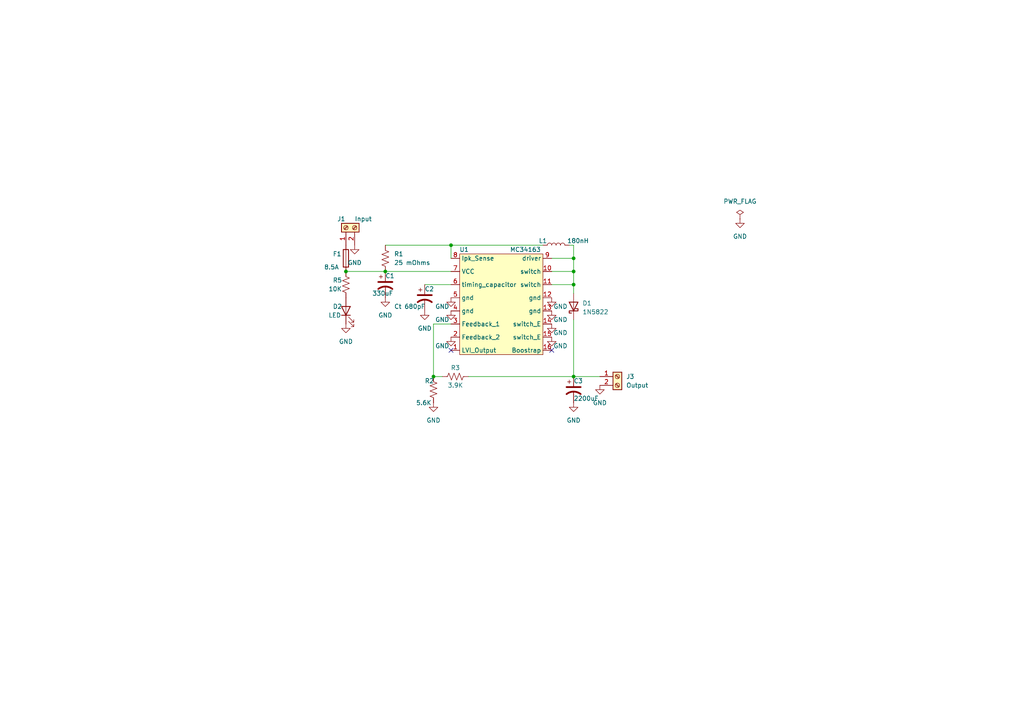
<source format=kicad_sch>
(kicad_sch (version 20230121) (generator eeschema)

  (uuid 938de634-f901-474f-aed6-2c8d4123cf34)

  (paper "A4")

  (lib_symbols
    (symbol "Connector:Screw_Terminal_01x02" (pin_names (offset 1.016) hide) (in_bom yes) (on_board yes)
      (property "Reference" "J" (at 0 2.54 0)
        (effects (font (size 1.27 1.27)))
      )
      (property "Value" "Screw_Terminal_01x02" (at 0 -5.08 0)
        (effects (font (size 1.27 1.27)))
      )
      (property "Footprint" "" (at 0 0 0)
        (effects (font (size 1.27 1.27)) hide)
      )
      (property "Datasheet" "~" (at 0 0 0)
        (effects (font (size 1.27 1.27)) hide)
      )
      (property "ki_keywords" "screw terminal" (at 0 0 0)
        (effects (font (size 1.27 1.27)) hide)
      )
      (property "ki_description" "Generic screw terminal, single row, 01x02, script generated (kicad-library-utils/schlib/autogen/connector/)" (at 0 0 0)
        (effects (font (size 1.27 1.27)) hide)
      )
      (property "ki_fp_filters" "TerminalBlock*:*" (at 0 0 0)
        (effects (font (size 1.27 1.27)) hide)
      )
      (symbol "Screw_Terminal_01x02_1_1"
        (rectangle (start -1.27 1.27) (end 1.27 -3.81)
          (stroke (width 0.254) (type default))
          (fill (type background))
        )
        (circle (center 0 -2.54) (radius 0.635)
          (stroke (width 0.1524) (type default))
          (fill (type none))
        )
        (polyline
          (pts
            (xy -0.5334 -2.2098)
            (xy 0.3302 -3.048)
          )
          (stroke (width 0.1524) (type default))
          (fill (type none))
        )
        (polyline
          (pts
            (xy -0.5334 0.3302)
            (xy 0.3302 -0.508)
          )
          (stroke (width 0.1524) (type default))
          (fill (type none))
        )
        (polyline
          (pts
            (xy -0.3556 -2.032)
            (xy 0.508 -2.8702)
          )
          (stroke (width 0.1524) (type default))
          (fill (type none))
        )
        (polyline
          (pts
            (xy -0.3556 0.508)
            (xy 0.508 -0.3302)
          )
          (stroke (width 0.1524) (type default))
          (fill (type none))
        )
        (circle (center 0 0) (radius 0.635)
          (stroke (width 0.1524) (type default))
          (fill (type none))
        )
        (pin passive line (at -5.08 0 0) (length 3.81)
          (name "Pin_1" (effects (font (size 1.27 1.27))))
          (number "1" (effects (font (size 1.27 1.27))))
        )
        (pin passive line (at -5.08 -2.54 0) (length 3.81)
          (name "Pin_2" (effects (font (size 1.27 1.27))))
          (number "2" (effects (font (size 1.27 1.27))))
        )
      )
    )
    (symbol "Device:C_Polarized_US" (pin_numbers hide) (pin_names (offset 0.254) hide) (in_bom yes) (on_board yes)
      (property "Reference" "C" (at 0.635 2.54 0)
        (effects (font (size 1.27 1.27)) (justify left))
      )
      (property "Value" "C_Polarized_US" (at 0.635 -2.54 0)
        (effects (font (size 1.27 1.27)) (justify left))
      )
      (property "Footprint" "" (at 0 0 0)
        (effects (font (size 1.27 1.27)) hide)
      )
      (property "Datasheet" "~" (at 0 0 0)
        (effects (font (size 1.27 1.27)) hide)
      )
      (property "ki_keywords" "cap capacitor" (at 0 0 0)
        (effects (font (size 1.27 1.27)) hide)
      )
      (property "ki_description" "Polarized capacitor, US symbol" (at 0 0 0)
        (effects (font (size 1.27 1.27)) hide)
      )
      (property "ki_fp_filters" "CP_*" (at 0 0 0)
        (effects (font (size 1.27 1.27)) hide)
      )
      (symbol "C_Polarized_US_0_1"
        (polyline
          (pts
            (xy -2.032 0.762)
            (xy 2.032 0.762)
          )
          (stroke (width 0.508) (type default))
          (fill (type none))
        )
        (polyline
          (pts
            (xy -1.778 2.286)
            (xy -0.762 2.286)
          )
          (stroke (width 0) (type default))
          (fill (type none))
        )
        (polyline
          (pts
            (xy -1.27 1.778)
            (xy -1.27 2.794)
          )
          (stroke (width 0) (type default))
          (fill (type none))
        )
        (arc (start 2.032 -1.27) (mid 0 -0.5572) (end -2.032 -1.27)
          (stroke (width 0.508) (type default))
          (fill (type none))
        )
      )
      (symbol "C_Polarized_US_1_1"
        (pin passive line (at 0 3.81 270) (length 2.794)
          (name "~" (effects (font (size 1.27 1.27))))
          (number "1" (effects (font (size 1.27 1.27))))
        )
        (pin passive line (at 0 -3.81 90) (length 3.302)
          (name "~" (effects (font (size 1.27 1.27))))
          (number "2" (effects (font (size 1.27 1.27))))
        )
      )
    )
    (symbol "Device:Fuse" (pin_numbers hide) (pin_names (offset 0)) (in_bom yes) (on_board yes)
      (property "Reference" "F" (at 2.032 0 90)
        (effects (font (size 1.27 1.27)))
      )
      (property "Value" "Fuse" (at -1.905 0 90)
        (effects (font (size 1.27 1.27)))
      )
      (property "Footprint" "" (at -1.778 0 90)
        (effects (font (size 1.27 1.27)) hide)
      )
      (property "Datasheet" "~" (at 0 0 0)
        (effects (font (size 1.27 1.27)) hide)
      )
      (property "ki_keywords" "fuse" (at 0 0 0)
        (effects (font (size 1.27 1.27)) hide)
      )
      (property "ki_description" "Fuse" (at 0 0 0)
        (effects (font (size 1.27 1.27)) hide)
      )
      (property "ki_fp_filters" "*Fuse*" (at 0 0 0)
        (effects (font (size 1.27 1.27)) hide)
      )
      (symbol "Fuse_0_1"
        (rectangle (start -0.762 -2.54) (end 0.762 2.54)
          (stroke (width 0.254) (type default))
          (fill (type none))
        )
        (polyline
          (pts
            (xy 0 2.54)
            (xy 0 -2.54)
          )
          (stroke (width 0) (type default))
          (fill (type none))
        )
      )
      (symbol "Fuse_1_1"
        (pin passive line (at 0 3.81 270) (length 1.27)
          (name "~" (effects (font (size 1.27 1.27))))
          (number "1" (effects (font (size 1.27 1.27))))
        )
        (pin passive line (at 0 -3.81 90) (length 1.27)
          (name "~" (effects (font (size 1.27 1.27))))
          (number "2" (effects (font (size 1.27 1.27))))
        )
      )
    )
    (symbol "Device:L" (pin_numbers hide) (pin_names (offset 1.016) hide) (in_bom yes) (on_board yes)
      (property "Reference" "L" (at -1.27 0 90)
        (effects (font (size 1.27 1.27)))
      )
      (property "Value" "L" (at 1.905 0 90)
        (effects (font (size 1.27 1.27)))
      )
      (property "Footprint" "" (at 0 0 0)
        (effects (font (size 1.27 1.27)) hide)
      )
      (property "Datasheet" "~" (at 0 0 0)
        (effects (font (size 1.27 1.27)) hide)
      )
      (property "ki_keywords" "inductor choke coil reactor magnetic" (at 0 0 0)
        (effects (font (size 1.27 1.27)) hide)
      )
      (property "ki_description" "Inductor" (at 0 0 0)
        (effects (font (size 1.27 1.27)) hide)
      )
      (property "ki_fp_filters" "Choke_* *Coil* Inductor_* L_*" (at 0 0 0)
        (effects (font (size 1.27 1.27)) hide)
      )
      (symbol "L_0_1"
        (arc (start 0 -2.54) (mid 0.6323 -1.905) (end 0 -1.27)
          (stroke (width 0) (type default))
          (fill (type none))
        )
        (arc (start 0 -1.27) (mid 0.6323 -0.635) (end 0 0)
          (stroke (width 0) (type default))
          (fill (type none))
        )
        (arc (start 0 0) (mid 0.6323 0.635) (end 0 1.27)
          (stroke (width 0) (type default))
          (fill (type none))
        )
        (arc (start 0 1.27) (mid 0.6323 1.905) (end 0 2.54)
          (stroke (width 0) (type default))
          (fill (type none))
        )
      )
      (symbol "L_1_1"
        (pin passive line (at 0 3.81 270) (length 1.27)
          (name "1" (effects (font (size 1.27 1.27))))
          (number "1" (effects (font (size 1.27 1.27))))
        )
        (pin passive line (at 0 -3.81 90) (length 1.27)
          (name "2" (effects (font (size 1.27 1.27))))
          (number "2" (effects (font (size 1.27 1.27))))
        )
      )
    )
    (symbol "Device:LED" (pin_numbers hide) (pin_names (offset 1.016) hide) (in_bom yes) (on_board yes)
      (property "Reference" "D" (at 0 2.54 0)
        (effects (font (size 1.27 1.27)))
      )
      (property "Value" "LED" (at 0 -2.54 0)
        (effects (font (size 1.27 1.27)))
      )
      (property "Footprint" "" (at 0 0 0)
        (effects (font (size 1.27 1.27)) hide)
      )
      (property "Datasheet" "~" (at 0 0 0)
        (effects (font (size 1.27 1.27)) hide)
      )
      (property "ki_keywords" "LED diode" (at 0 0 0)
        (effects (font (size 1.27 1.27)) hide)
      )
      (property "ki_description" "Light emitting diode" (at 0 0 0)
        (effects (font (size 1.27 1.27)) hide)
      )
      (property "ki_fp_filters" "LED* LED_SMD:* LED_THT:*" (at 0 0 0)
        (effects (font (size 1.27 1.27)) hide)
      )
      (symbol "LED_0_1"
        (polyline
          (pts
            (xy -1.27 -1.27)
            (xy -1.27 1.27)
          )
          (stroke (width 0.254) (type default))
          (fill (type none))
        )
        (polyline
          (pts
            (xy -1.27 0)
            (xy 1.27 0)
          )
          (stroke (width 0) (type default))
          (fill (type none))
        )
        (polyline
          (pts
            (xy 1.27 -1.27)
            (xy 1.27 1.27)
            (xy -1.27 0)
            (xy 1.27 -1.27)
          )
          (stroke (width 0.254) (type default))
          (fill (type none))
        )
        (polyline
          (pts
            (xy -3.048 -0.762)
            (xy -4.572 -2.286)
            (xy -3.81 -2.286)
            (xy -4.572 -2.286)
            (xy -4.572 -1.524)
          )
          (stroke (width 0) (type default))
          (fill (type none))
        )
        (polyline
          (pts
            (xy -1.778 -0.762)
            (xy -3.302 -2.286)
            (xy -2.54 -2.286)
            (xy -3.302 -2.286)
            (xy -3.302 -1.524)
          )
          (stroke (width 0) (type default))
          (fill (type none))
        )
      )
      (symbol "LED_1_1"
        (pin passive line (at -3.81 0 0) (length 2.54)
          (name "K" (effects (font (size 1.27 1.27))))
          (number "1" (effects (font (size 1.27 1.27))))
        )
        (pin passive line (at 3.81 0 180) (length 2.54)
          (name "A" (effects (font (size 1.27 1.27))))
          (number "2" (effects (font (size 1.27 1.27))))
        )
      )
    )
    (symbol "Device:R_US" (pin_numbers hide) (pin_names (offset 0)) (in_bom yes) (on_board yes)
      (property "Reference" "R" (at 2.54 0 90)
        (effects (font (size 1.27 1.27)))
      )
      (property "Value" "R_US" (at -2.54 0 90)
        (effects (font (size 1.27 1.27)))
      )
      (property "Footprint" "" (at 1.016 -0.254 90)
        (effects (font (size 1.27 1.27)) hide)
      )
      (property "Datasheet" "~" (at 0 0 0)
        (effects (font (size 1.27 1.27)) hide)
      )
      (property "ki_keywords" "R res resistor" (at 0 0 0)
        (effects (font (size 1.27 1.27)) hide)
      )
      (property "ki_description" "Resistor, US symbol" (at 0 0 0)
        (effects (font (size 1.27 1.27)) hide)
      )
      (property "ki_fp_filters" "R_*" (at 0 0 0)
        (effects (font (size 1.27 1.27)) hide)
      )
      (symbol "R_US_0_1"
        (polyline
          (pts
            (xy 0 -2.286)
            (xy 0 -2.54)
          )
          (stroke (width 0) (type default))
          (fill (type none))
        )
        (polyline
          (pts
            (xy 0 2.286)
            (xy 0 2.54)
          )
          (stroke (width 0) (type default))
          (fill (type none))
        )
        (polyline
          (pts
            (xy 0 -0.762)
            (xy 1.016 -1.143)
            (xy 0 -1.524)
            (xy -1.016 -1.905)
            (xy 0 -2.286)
          )
          (stroke (width 0) (type default))
          (fill (type none))
        )
        (polyline
          (pts
            (xy 0 0.762)
            (xy 1.016 0.381)
            (xy 0 0)
            (xy -1.016 -0.381)
            (xy 0 -0.762)
          )
          (stroke (width 0) (type default))
          (fill (type none))
        )
        (polyline
          (pts
            (xy 0 2.286)
            (xy 1.016 1.905)
            (xy 0 1.524)
            (xy -1.016 1.143)
            (xy 0 0.762)
          )
          (stroke (width 0) (type default))
          (fill (type none))
        )
      )
      (symbol "R_US_1_1"
        (pin passive line (at 0 3.81 270) (length 1.27)
          (name "~" (effects (font (size 1.27 1.27))))
          (number "1" (effects (font (size 1.27 1.27))))
        )
        (pin passive line (at 0 -3.81 90) (length 1.27)
          (name "~" (effects (font (size 1.27 1.27))))
          (number "2" (effects (font (size 1.27 1.27))))
        )
      )
    )
    (symbol "Diode:1N5822" (pin_numbers hide) (pin_names (offset 1.016) hide) (in_bom yes) (on_board yes)
      (property "Reference" "D" (at 0 2.54 0)
        (effects (font (size 1.27 1.27)))
      )
      (property "Value" "1N5822" (at 0 -2.54 0)
        (effects (font (size 1.27 1.27)))
      )
      (property "Footprint" "Diode_THT:D_DO-201AD_P15.24mm_Horizontal" (at 0 -4.445 0)
        (effects (font (size 1.27 1.27)) hide)
      )
      (property "Datasheet" "http://www.vishay.com/docs/88526/1n5820.pdf" (at 0 0 0)
        (effects (font (size 1.27 1.27)) hide)
      )
      (property "ki_keywords" "diode Schottky" (at 0 0 0)
        (effects (font (size 1.27 1.27)) hide)
      )
      (property "ki_description" "40V 3A Schottky Barrier Rectifier Diode, DO-201AD" (at 0 0 0)
        (effects (font (size 1.27 1.27)) hide)
      )
      (property "ki_fp_filters" "D*DO?201AD*" (at 0 0 0)
        (effects (font (size 1.27 1.27)) hide)
      )
      (symbol "1N5822_0_1"
        (polyline
          (pts
            (xy 1.27 0)
            (xy -1.27 0)
          )
          (stroke (width 0) (type default))
          (fill (type none))
        )
        (polyline
          (pts
            (xy 1.27 1.27)
            (xy 1.27 -1.27)
            (xy -1.27 0)
            (xy 1.27 1.27)
          )
          (stroke (width 0.254) (type default))
          (fill (type none))
        )
        (polyline
          (pts
            (xy -1.905 0.635)
            (xy -1.905 1.27)
            (xy -1.27 1.27)
            (xy -1.27 -1.27)
            (xy -0.635 -1.27)
            (xy -0.635 -0.635)
          )
          (stroke (width 0.254) (type default))
          (fill (type none))
        )
      )
      (symbol "1N5822_1_1"
        (pin passive line (at -3.81 0 0) (length 2.54)
          (name "K" (effects (font (size 1.27 1.27))))
          (number "1" (effects (font (size 1.27 1.27))))
        )
        (pin passive line (at 3.81 0 180) (length 2.54)
          (name "A" (effects (font (size 1.27 1.27))))
          (number "2" (effects (font (size 1.27 1.27))))
        )
      )
    )
    (symbol "GND_1" (power) (pin_names (offset 0)) (in_bom yes) (on_board yes)
      (property "Reference" "#PWR" (at 0 -6.35 0)
        (effects (font (size 1.27 1.27)) hide)
      )
      (property "Value" "GND_1" (at 0 -3.81 0)
        (effects (font (size 1.27 1.27)))
      )
      (property "Footprint" "" (at 0 0 0)
        (effects (font (size 1.27 1.27)) hide)
      )
      (property "Datasheet" "" (at 0 0 0)
        (effects (font (size 1.27 1.27)) hide)
      )
      (property "ki_keywords" "global power" (at 0 0 0)
        (effects (font (size 1.27 1.27)) hide)
      )
      (property "ki_description" "Power symbol creates a global label with name \"GND\" , ground" (at 0 0 0)
        (effects (font (size 1.27 1.27)) hide)
      )
      (symbol "GND_1_0_1"
        (polyline
          (pts
            (xy 0 0)
            (xy 0 -1.27)
            (xy 1.27 -1.27)
            (xy 0 -2.54)
            (xy -1.27 -1.27)
            (xy 0 -1.27)
          )
          (stroke (width 0) (type default))
          (fill (type none))
        )
      )
      (symbol "GND_1_1_1"
        (pin power_in line (at 0 0 270) (length 0) hide
          (name "GND" (effects (font (size 1.27 1.27))))
          (number "1" (effects (font (size 1.27 1.27))))
        )
      )
    )
    (symbol "MC34163:MC34163" (in_bom yes) (on_board yes)
      (property "Reference" "U" (at 22.86 20.32 0)
        (effects (font (size 1.27 1.27)))
      )
      (property "Value" "MC34163" (at 34.29 20.32 0)
        (effects (font (size 1.27 1.27)))
      )
      (property "Footprint" "" (at 0 0 0)
        (effects (font (size 1.27 1.27)) hide)
      )
      (property "Datasheet" "" (at 0 0 0)
        (effects (font (size 1.27 1.27)) hide)
      )
      (symbol "MC34163_0_1"
        (rectangle (start 17.78 -10.16) (end 41.91 19.05)
          (stroke (width 0) (type default))
          (fill (type background))
        )
      )
      (symbol "MC34163_1_1"
        (pin output line (at 15.24 -8.89 0) (length 2.54)
          (name "LVI_Output" (effects (font (size 1.27 1.27))))
          (number "1" (effects (font (size 1.27 1.27))))
        )
        (pin input line (at 44.45 13.97 180) (length 2.54)
          (name "switch" (effects (font (size 1.27 1.27))))
          (number "10" (effects (font (size 1.27 1.27))))
        )
        (pin input line (at 44.45 10.16 180) (length 2.54)
          (name "switch" (effects (font (size 1.27 1.27))))
          (number "11" (effects (font (size 1.27 1.27))))
        )
        (pin input line (at 44.45 6.35 180) (length 2.54)
          (name "gnd" (effects (font (size 1.27 1.27))))
          (number "12" (effects (font (size 1.27 1.27))))
        )
        (pin input line (at 44.45 2.54 180) (length 2.54)
          (name "gnd" (effects (font (size 1.27 1.27))))
          (number "13" (effects (font (size 1.27 1.27))))
        )
        (pin power_in line (at 44.45 -1.27 180) (length 2.54)
          (name "switch_E" (effects (font (size 1.27 1.27))))
          (number "14" (effects (font (size 1.27 1.27))))
        )
        (pin power_in line (at 44.45 -5.08 180) (length 2.54)
          (name "switch_E" (effects (font (size 1.27 1.27))))
          (number "15" (effects (font (size 1.27 1.27))))
        )
        (pin input line (at 44.45 -8.89 180) (length 2.54)
          (name "Boostrap" (effects (font (size 1.27 1.27))))
          (number "16" (effects (font (size 1.27 1.27))))
        )
        (pin input line (at 15.24 -5.08 0) (length 2.54)
          (name "Feedback_2" (effects (font (size 1.27 1.27))))
          (number "2" (effects (font (size 1.27 1.27))))
        )
        (pin input line (at 15.24 -1.27 0) (length 2.54)
          (name "Feedback_1" (effects (font (size 1.27 1.27))))
          (number "3" (effects (font (size 1.27 1.27))))
        )
        (pin input line (at 15.24 2.54 0) (length 2.54)
          (name "gnd" (effects (font (size 1.27 1.27))))
          (number "4" (effects (font (size 1.27 1.27))))
        )
        (pin input line (at 15.24 6.35 0) (length 2.54)
          (name "gnd" (effects (font (size 1.27 1.27))))
          (number "5" (effects (font (size 1.27 1.27))))
        )
        (pin input line (at 15.24 10.16 0) (length 2.54)
          (name "timing_capacitor" (effects (font (size 1.27 1.27))))
          (number "6" (effects (font (size 1.27 1.27))))
        )
        (pin input line (at 15.24 13.97 0) (length 2.54)
          (name "VCC" (effects (font (size 1.27 1.27))))
          (number "7" (effects (font (size 1.27 1.27))))
        )
        (pin input line (at 15.24 17.78 0) (length 2.54)
          (name "Ipk_Sense" (effects (font (size 1.27 1.27))))
          (number "8" (effects (font (size 1.27 1.27))))
        )
        (pin input line (at 44.45 17.78 180) (length 2.54)
          (name "driver" (effects (font (size 1.27 1.27))))
          (number "9" (effects (font (size 1.27 1.27))))
        )
      )
    )
    (symbol "PWR_FLAG_1" (power) (pin_numbers hide) (pin_names (offset 0) hide) (in_bom yes) (on_board yes)
      (property "Reference" "#FLG" (at 0 1.905 0)
        (effects (font (size 1.27 1.27)) hide)
      )
      (property "Value" "PWR_FLAG_1" (at 0 3.81 0)
        (effects (font (size 1.27 1.27)))
      )
      (property "Footprint" "" (at 0 0 0)
        (effects (font (size 1.27 1.27)) hide)
      )
      (property "Datasheet" "~" (at 0 0 0)
        (effects (font (size 1.27 1.27)) hide)
      )
      (property "ki_keywords" "flag power" (at 0 0 0)
        (effects (font (size 1.27 1.27)) hide)
      )
      (property "ki_description" "Special symbol for telling ERC where power comes from" (at 0 0 0)
        (effects (font (size 1.27 1.27)) hide)
      )
      (symbol "PWR_FLAG_1_0_0"
        (pin power_out line (at 0 0 90) (length 0)
          (name "pwr" (effects (font (size 1.27 1.27))))
          (number "1" (effects (font (size 1.27 1.27))))
        )
      )
      (symbol "PWR_FLAG_1_0_1"
        (polyline
          (pts
            (xy 0 0)
            (xy 0 1.27)
            (xy -1.016 1.905)
            (xy 0 2.54)
            (xy 1.016 1.905)
            (xy 0 1.27)
          )
          (stroke (width 0) (type default))
          (fill (type none))
        )
      )
    )
  )

  (junction (at 166.37 78.74) (diameter 0) (color 0 0 0 0)
    (uuid 1be9bd2f-55ae-4256-a251-225a6db85b89)
  )
  (junction (at 100.33 78.74) (diameter 0) (color 0 0 0 0)
    (uuid 4722a575-2ced-489a-b307-28999b4a5996)
  )
  (junction (at 166.37 74.93) (diameter 0) (color 0 0 0 0)
    (uuid 4b947a7a-4a57-42c3-88c5-923d3c7a355e)
  )
  (junction (at 166.37 82.55) (diameter 0) (color 0 0 0 0)
    (uuid 83213885-a08c-4157-a4dc-f00e265e9f95)
  )
  (junction (at 111.76 78.74) (diameter 0) (color 0 0 0 0)
    (uuid 9c43fb54-18d1-4260-8670-61a4ce4fff86)
  )
  (junction (at 166.37 109.22) (diameter 0) (color 0 0 0 0)
    (uuid a335ff3b-c719-42c6-8e34-b1bd1d14b3b7)
  )
  (junction (at 125.73 109.22) (diameter 0) (color 0 0 0 0)
    (uuid d706c09c-8d2d-4f3e-90af-facbebf5540a)
  )
  (junction (at 130.81 71.12) (diameter 0) (color 0 0 0 0)
    (uuid ecb5b2e6-6177-4310-bb87-e1023be528ac)
  )

  (no_connect (at 160.02 101.6) (uuid 23aba234-0075-4182-b825-c95ccaaa60a5))
  (no_connect (at 130.81 101.6) (uuid f68ac398-d075-4c9b-adab-4911fa0c7e72))

  (wire (pts (xy 166.37 82.55) (xy 166.37 85.09))
    (stroke (width 0) (type default))
    (uuid 130943f8-c639-4b64-94f0-28235254024a)
  )
  (wire (pts (xy 160.02 78.74) (xy 166.37 78.74))
    (stroke (width 0) (type default))
    (uuid 200c4456-bac0-4dbe-ba56-2ddead765eda)
  )
  (wire (pts (xy 130.81 74.93) (xy 130.81 71.12))
    (stroke (width 0) (type default))
    (uuid 3f564250-4ee2-4167-a384-f11efedd608a)
  )
  (wire (pts (xy 123.19 82.55) (xy 130.81 82.55))
    (stroke (width 0) (type default))
    (uuid 401ef860-252d-4a5e-bb83-b2e94265b24f)
  )
  (wire (pts (xy 125.73 93.98) (xy 125.73 109.22))
    (stroke (width 0) (type default))
    (uuid 4592cf3c-e6e0-4f3b-8b0c-5f30cd800266)
  )
  (wire (pts (xy 135.89 109.22) (xy 166.37 109.22))
    (stroke (width 0) (type default))
    (uuid 499bd138-eede-4956-aad9-aecd08a01648)
  )
  (wire (pts (xy 130.81 71.12) (xy 111.76 71.12))
    (stroke (width 0) (type default))
    (uuid 8a205316-315c-4aa9-9316-0e5065f188fd)
  )
  (wire (pts (xy 100.33 78.74) (xy 111.76 78.74))
    (stroke (width 0) (type default))
    (uuid 95ae88c8-04e0-4493-8d89-5ed1a39d9e7f)
  )
  (wire (pts (xy 166.37 74.93) (xy 166.37 78.74))
    (stroke (width 0) (type default))
    (uuid 9cd22a31-df75-4844-b8c7-28be38ef2a3b)
  )
  (wire (pts (xy 166.37 109.22) (xy 173.99 109.22))
    (stroke (width 0) (type default))
    (uuid a95fa91c-ee2d-4fc1-a9ea-d909a6e546fe)
  )
  (wire (pts (xy 130.81 71.12) (xy 157.48 71.12))
    (stroke (width 0) (type default))
    (uuid b886803f-33cc-42fa-9215-00569396a8a7)
  )
  (wire (pts (xy 165.1 71.12) (xy 166.37 71.12))
    (stroke (width 0) (type default))
    (uuid be30909e-f5c5-4896-a1ab-ef0834439121)
  )
  (wire (pts (xy 160.02 74.93) (xy 166.37 74.93))
    (stroke (width 0) (type default))
    (uuid cd02643a-4e80-451e-b182-17905bdc4663)
  )
  (wire (pts (xy 160.02 82.55) (xy 166.37 82.55))
    (stroke (width 0) (type default))
    (uuid cd30d131-598d-451b-b224-97cc4d888892)
  )
  (wire (pts (xy 125.73 109.22) (xy 128.27 109.22))
    (stroke (width 0) (type default))
    (uuid da555f36-56b6-4526-a59b-e6a503f9724a)
  )
  (wire (pts (xy 166.37 92.71) (xy 166.37 109.22))
    (stroke (width 0) (type default))
    (uuid da847ac1-4557-486f-a8d1-783cf00d4c28)
  )
  (wire (pts (xy 130.81 93.98) (xy 125.73 93.98))
    (stroke (width 0) (type default))
    (uuid ef9ac85d-b513-4517-a571-29affed29425)
  )
  (wire (pts (xy 166.37 78.74) (xy 166.37 82.55))
    (stroke (width 0) (type default))
    (uuid fde5f4bb-1a97-4f12-ab06-c573781f4fc9)
  )
  (wire (pts (xy 166.37 71.12) (xy 166.37 74.93))
    (stroke (width 0) (type default))
    (uuid fe4e7821-30a0-4c29-b01c-a1f231dc763f)
  )
  (wire (pts (xy 111.76 78.74) (xy 130.81 78.74))
    (stroke (width 0) (type default))
    (uuid ffca1fd5-c239-4f8e-9fd0-9be6377e9968)
  )

  (symbol (lib_name "GND_1") (lib_id "power:GND") (at 160.02 86.36 0) (unit 1)
    (in_bom yes) (on_board yes) (dnp no)
    (uuid 10ea90bf-545e-4727-8469-1eae2d84c93c)
    (property "Reference" "#PWR026" (at 160.02 92.71 0)
      (effects (font (size 1.27 1.27)) hide)
    )
    (property "Value" "GND" (at 162.56 88.9 0)
      (effects (font (size 1.27 1.27)))
    )
    (property "Footprint" "" (at 160.02 86.36 0)
      (effects (font (size 1.27 1.27)) hide)
    )
    (property "Datasheet" "" (at 160.02 86.36 0)
      (effects (font (size 1.27 1.27)) hide)
    )
    (pin "1" (uuid ae1b747b-b161-4bcd-8438-bdcb818f623f))
    (instances
      (project "Alim12"
        (path "/938de634-f901-474f-aed6-2c8d4123cf34"
          (reference "#PWR026") (unit 1)
        )
      )
    )
  )

  (symbol (lib_id "Connector:Screw_Terminal_01x02") (at 100.33 66.04 90) (unit 1)
    (in_bom yes) (on_board yes) (dnp no)
    (uuid 1452d711-17d3-423e-9576-dc7723119dfe)
    (property "Reference" "J1" (at 97.79 63.5 90)
      (effects (font (size 1.27 1.27)) (justify right))
    )
    (property "Value" "Input" (at 102.87 63.5 90)
      (effects (font (size 1.27 1.27)) (justify right))
    )
    (property "Footprint" "TerminalBlock_TE-Connectivity:TerminalBlock_TE_282834-2_1x02_P2.54mm_Horizontal" (at 100.33 66.04 0)
      (effects (font (size 1.27 1.27)) hide)
    )
    (property "Datasheet" "~" (at 100.33 66.04 0)
      (effects (font (size 1.27 1.27)) hide)
    )
    (pin "1" (uuid 6bede294-6afc-47a4-96a9-f34da4455236))
    (pin "2" (uuid b39510e5-0ed2-4b31-9fc2-e7ee85f92868))
    (instances
      (project "Alim12"
        (path "/938de634-f901-474f-aed6-2c8d4123cf34"
          (reference "J1") (unit 1)
        )
      )
    )
  )

  (symbol (lib_id "Device:LED") (at 100.33 90.17 90) (unit 1)
    (in_bom yes) (on_board yes) (dnp no)
    (uuid 171a77d5-8350-4408-8595-89c3d7a9a3f6)
    (property "Reference" "D2" (at 96.52 88.9 90)
      (effects (font (size 1.27 1.27)) (justify right))
    )
    (property "Value" "LED" (at 95.25 91.44 90)
      (effects (font (size 1.27 1.27)) (justify right))
    )
    (property "Footprint" "LED_SMD:LED_0805_2012Metric" (at 100.33 90.17 0)
      (effects (font (size 1.27 1.27)) hide)
    )
    (property "Datasheet" "~" (at 100.33 90.17 0)
      (effects (font (size 1.27 1.27)) hide)
    )
    (pin "1" (uuid 2507a9be-0593-48a6-885f-2c605ac56b9c))
    (pin "2" (uuid bf75c0b9-feab-4a75-a38a-0b787dc0510c))
    (instances
      (project "Alim12"
        (path "/938de634-f901-474f-aed6-2c8d4123cf34"
          (reference "D2") (unit 1)
        )
      )
    )
  )

  (symbol (lib_name "GND_1") (lib_id "power:GND") (at 166.37 116.84 0) (unit 1)
    (in_bom yes) (on_board yes) (dnp no) (fields_autoplaced)
    (uuid 1b1f4925-b64d-49b4-8c49-92deb0219e46)
    (property "Reference" "#PWR03" (at 166.37 123.19 0)
      (effects (font (size 1.27 1.27)) hide)
    )
    (property "Value" "GND" (at 166.37 121.92 0)
      (effects (font (size 1.27 1.27)))
    )
    (property "Footprint" "" (at 166.37 116.84 0)
      (effects (font (size 1.27 1.27)) hide)
    )
    (property "Datasheet" "" (at 166.37 116.84 0)
      (effects (font (size 1.27 1.27)) hide)
    )
    (pin "1" (uuid 40e5fa54-1000-4242-9e79-78bf9a07ea1b))
    (instances
      (project "Alim12"
        (path "/938de634-f901-474f-aed6-2c8d4123cf34"
          (reference "#PWR03") (unit 1)
        )
      )
    )
  )

  (symbol (lib_id "Device:C_Polarized_US") (at 111.76 82.55 0) (unit 1)
    (in_bom yes) (on_board yes) (dnp no)
    (uuid 1bd678b5-ddd3-4134-af83-54ec05392e98)
    (property "Reference" "C1" (at 111.76 80.01 0)
      (effects (font (size 1.27 1.27)) (justify left))
    )
    (property "Value" "330uF" (at 107.95 85.09 0)
      (effects (font (size 1.27 1.27)) (justify left))
    )
    (property "Footprint" "Capacitor_THT:CP_Radial_D13.0mm_P5.00mm" (at 111.76 82.55 0)
      (effects (font (size 1.27 1.27)) hide)
    )
    (property "Datasheet" "~" (at 111.76 82.55 0)
      (effects (font (size 1.27 1.27)) hide)
    )
    (pin "1" (uuid 6b09295b-2621-4f0d-a7fd-9011e86c6c92))
    (pin "2" (uuid 337e8867-133a-43ac-85e6-df5e12218eee))
    (instances
      (project "Alim12"
        (path "/938de634-f901-474f-aed6-2c8d4123cf34"
          (reference "C1") (unit 1)
        )
      )
    )
  )

  (symbol (lib_name "GND_1") (lib_id "power:GND") (at 160.02 97.79 0) (unit 1)
    (in_bom yes) (on_board yes) (dnp no)
    (uuid 369b6e9d-2498-4903-bc01-e33079038b52)
    (property "Reference" "#PWR023" (at 160.02 104.14 0)
      (effects (font (size 1.27 1.27)) hide)
    )
    (property "Value" "GND" (at 162.56 100.33 0)
      (effects (font (size 1.27 1.27)))
    )
    (property "Footprint" "" (at 160.02 97.79 0)
      (effects (font (size 1.27 1.27)) hide)
    )
    (property "Datasheet" "" (at 160.02 97.79 0)
      (effects (font (size 1.27 1.27)) hide)
    )
    (pin "1" (uuid 7f30b988-fff4-48bd-91f2-18920309e2ba))
    (instances
      (project "Alim12"
        (path "/938de634-f901-474f-aed6-2c8d4123cf34"
          (reference "#PWR023") (unit 1)
        )
      )
    )
  )

  (symbol (lib_name "PWR_FLAG_1") (lib_id "power:PWR_FLAG") (at 214.63 63.5 0) (unit 1)
    (in_bom yes) (on_board yes) (dnp no) (fields_autoplaced)
    (uuid 3931bdaf-adc7-447d-984b-4a77f61ca8a6)
    (property "Reference" "#FLG01" (at 214.63 61.595 0)
      (effects (font (size 1.27 1.27)) hide)
    )
    (property "Value" "PWR_FLAG" (at 214.63 58.42 0)
      (effects (font (size 1.27 1.27)))
    )
    (property "Footprint" "" (at 214.63 63.5 0)
      (effects (font (size 1.27 1.27)) hide)
    )
    (property "Datasheet" "~" (at 214.63 63.5 0)
      (effects (font (size 1.27 1.27)) hide)
    )
    (pin "1" (uuid 3109f629-e7e2-42c9-986d-3187bb420f16))
    (instances
      (project "Alim12"
        (path "/938de634-f901-474f-aed6-2c8d4123cf34"
          (reference "#FLG01") (unit 1)
        )
      )
    )
  )

  (symbol (lib_id "Device:C_Polarized_US") (at 166.37 113.03 0) (unit 1)
    (in_bom yes) (on_board yes) (dnp no)
    (uuid 3e97ecb6-aafb-46b8-baef-34785f395ec3)
    (property "Reference" "C3" (at 166.37 110.49 0)
      (effects (font (size 1.27 1.27)) (justify left))
    )
    (property "Value" "2200uF" (at 166.37 115.57 0)
      (effects (font (size 1.27 1.27)) (justify left))
    )
    (property "Footprint" "Capacitor_THT:CP_Radial_D16.0mm_P7.50mm" (at 166.37 113.03 0)
      (effects (font (size 1.27 1.27)) hide)
    )
    (property "Datasheet" "~" (at 166.37 113.03 0)
      (effects (font (size 1.27 1.27)) hide)
    )
    (pin "1" (uuid 36ec52ff-ee85-4314-9c78-95b8c89668f0))
    (pin "2" (uuid 2e5611b7-a42d-4cda-b669-4844a56c495d))
    (instances
      (project "Alim12"
        (path "/938de634-f901-474f-aed6-2c8d4123cf34"
          (reference "C3") (unit 1)
        )
      )
    )
  )

  (symbol (lib_id "Device:R_US") (at 125.73 113.03 0) (unit 1)
    (in_bom yes) (on_board yes) (dnp no)
    (uuid 4025c952-11d2-41e2-9edb-5bed6919148e)
    (property "Reference" "R2" (at 123.19 110.49 0)
      (effects (font (size 1.27 1.27)) (justify left))
    )
    (property "Value" "5.6K" (at 120.65 116.84 0)
      (effects (font (size 1.27 1.27)) (justify left))
    )
    (property "Footprint" "Resistor_SMD:R_0805_2012Metric" (at 126.746 113.284 90)
      (effects (font (size 1.27 1.27)) hide)
    )
    (property "Datasheet" "~" (at 125.73 113.03 0)
      (effects (font (size 1.27 1.27)) hide)
    )
    (pin "1" (uuid 679d8779-1655-47e4-8874-fe5037c52ea9))
    (pin "2" (uuid 7b41d1b2-5ced-4ec5-b90f-81ef69a86ebd))
    (instances
      (project "Alim12"
        (path "/938de634-f901-474f-aed6-2c8d4123cf34"
          (reference "R2") (unit 1)
        )
      )
    )
  )

  (symbol (lib_name "GND_1") (lib_id "power:GND") (at 160.02 93.98 0) (unit 1)
    (in_bom yes) (on_board yes) (dnp no)
    (uuid 428cfd4d-7ee5-4d78-888f-ef8dcd0b527b)
    (property "Reference" "#PWR024" (at 160.02 100.33 0)
      (effects (font (size 1.27 1.27)) hide)
    )
    (property "Value" "GND" (at 162.56 96.52 0)
      (effects (font (size 1.27 1.27)))
    )
    (property "Footprint" "" (at 160.02 93.98 0)
      (effects (font (size 1.27 1.27)) hide)
    )
    (property "Datasheet" "" (at 160.02 93.98 0)
      (effects (font (size 1.27 1.27)) hide)
    )
    (pin "1" (uuid df79804c-b1f1-417a-ab5e-a01318459255))
    (instances
      (project "Alim12"
        (path "/938de634-f901-474f-aed6-2c8d4123cf34"
          (reference "#PWR024") (unit 1)
        )
      )
    )
  )

  (symbol (lib_name "GND_1") (lib_id "power:GND") (at 102.87 71.12 0) (unit 1)
    (in_bom yes) (on_board yes) (dnp no) (fields_autoplaced)
    (uuid 4a76ebfc-cea1-443e-8f51-0647741902ad)
    (property "Reference" "#PWR01" (at 102.87 77.47 0)
      (effects (font (size 1.27 1.27)) hide)
    )
    (property "Value" "GND" (at 102.87 76.2 0)
      (effects (font (size 1.27 1.27)))
    )
    (property "Footprint" "" (at 102.87 71.12 0)
      (effects (font (size 1.27 1.27)) hide)
    )
    (property "Datasheet" "" (at 102.87 71.12 0)
      (effects (font (size 1.27 1.27)) hide)
    )
    (pin "1" (uuid 64c2bd07-f1ed-49e8-b582-cbaa5a46fe99))
    (instances
      (project "Alim12"
        (path "/938de634-f901-474f-aed6-2c8d4123cf34"
          (reference "#PWR01") (unit 1)
        )
      )
    )
  )

  (symbol (lib_id "MC34163:MC34163") (at 115.57 92.71 0) (unit 1)
    (in_bom yes) (on_board yes) (dnp no)
    (uuid 4a77b3ae-c425-4f22-8d0a-d254f0afc1e2)
    (property "Reference" "U1" (at 134.62 72.39 0)
      (effects (font (size 1.27 1.27)))
    )
    (property "Value" "MC34163" (at 152.4 72.39 0)
      (effects (font (size 1.27 1.27)))
    )
    (property "Footprint" "" (at 115.57 92.71 0)
      (effects (font (size 1.27 1.27)) hide)
    )
    (property "Datasheet" "" (at 115.57 92.71 0)
      (effects (font (size 1.27 1.27)) hide)
    )
    (pin "1" (uuid a05fd355-a08b-45bb-9cea-27c1bb02e3e6))
    (pin "10" (uuid 19217f20-8f3a-4ce3-b444-97830a61d35e))
    (pin "11" (uuid a34200dc-db23-4dc6-a516-223292e8b46a))
    (pin "12" (uuid 73b6e0f0-4c3c-4a43-ae78-c557945425e2))
    (pin "13" (uuid fa222e52-06f1-464c-8b9d-8607ca1480af))
    (pin "14" (uuid d7680892-ff66-41b4-8548-d01c8d8d8976))
    (pin "15" (uuid 791a8f3b-c2b8-40dc-ba7e-ed98fe7b0d0f))
    (pin "16" (uuid 96e6b943-7c29-47fc-94f8-a84985ccb7fa))
    (pin "2" (uuid 027b4995-9264-4582-afef-c8174d1ae855))
    (pin "3" (uuid f13ca816-f259-41f0-bcd2-19834aaeb197))
    (pin "4" (uuid 89622584-9b39-4f36-92ee-25e44b9ee0e7))
    (pin "5" (uuid cc4da11d-75b3-4215-92fa-25d4b30261df))
    (pin "6" (uuid 7d91eb3c-7d25-474e-861d-4aa7d9d3f29b))
    (pin "7" (uuid c84bce56-d8a3-4eb5-ba1e-5c04c8227672))
    (pin "8" (uuid dd21a77a-ad88-44f7-8304-c92e4be12778))
    (pin "9" (uuid c2a319dc-a464-4099-8ebd-335e659633d0))
    (instances
      (project "Alim12"
        (path "/938de634-f901-474f-aed6-2c8d4123cf34"
          (reference "U1") (unit 1)
        )
      )
    )
  )

  (symbol (lib_id "Device:R_US") (at 111.76 74.93 0) (unit 1)
    (in_bom yes) (on_board yes) (dnp no) (fields_autoplaced)
    (uuid 4b4d11a8-7bf5-4356-9316-716f20168ea8)
    (property "Reference" "R1" (at 114.3 73.66 0)
      (effects (font (size 1.27 1.27)) (justify left))
    )
    (property "Value" "25 mOhms" (at 114.3 76.2 0)
      (effects (font (size 1.27 1.27)) (justify left))
    )
    (property "Footprint" "Resistor_SMD:R_2512_6332Metric" (at 112.776 75.184 90)
      (effects (font (size 1.27 1.27)) hide)
    )
    (property "Datasheet" "~" (at 111.76 74.93 0)
      (effects (font (size 1.27 1.27)) hide)
    )
    (pin "1" (uuid 16955258-91d8-415e-b68e-9a110f977963))
    (pin "2" (uuid 3703f622-c77f-4d67-85f9-d9014e035eaf))
    (instances
      (project "Alim12"
        (path "/938de634-f901-474f-aed6-2c8d4123cf34"
          (reference "R1") (unit 1)
        )
      )
    )
  )

  (symbol (lib_name "GND_1") (lib_id "power:GND") (at 125.73 116.84 0) (unit 1)
    (in_bom yes) (on_board yes) (dnp no) (fields_autoplaced)
    (uuid 4b974c8a-d2db-48a7-8861-bdc229db0745)
    (property "Reference" "#PWR016" (at 125.73 123.19 0)
      (effects (font (size 1.27 1.27)) hide)
    )
    (property "Value" "GND" (at 125.73 121.92 0)
      (effects (font (size 1.27 1.27)))
    )
    (property "Footprint" "" (at 125.73 116.84 0)
      (effects (font (size 1.27 1.27)) hide)
    )
    (property "Datasheet" "" (at 125.73 116.84 0)
      (effects (font (size 1.27 1.27)) hide)
    )
    (pin "1" (uuid cea88bfb-62d9-4e62-ab8e-e1097da4f665))
    (instances
      (project "Alim12"
        (path "/938de634-f901-474f-aed6-2c8d4123cf34"
          (reference "#PWR016") (unit 1)
        )
      )
    )
  )

  (symbol (lib_name "GND_1") (lib_id "power:GND") (at 123.19 90.17 0) (unit 1)
    (in_bom yes) (on_board yes) (dnp no) (fields_autoplaced)
    (uuid 62f78d68-9901-4d8a-84d6-1f8b31782145)
    (property "Reference" "#PWR020" (at 123.19 96.52 0)
      (effects (font (size 1.27 1.27)) hide)
    )
    (property "Value" "GND" (at 123.19 95.25 0)
      (effects (font (size 1.27 1.27)))
    )
    (property "Footprint" "" (at 123.19 90.17 0)
      (effects (font (size 1.27 1.27)) hide)
    )
    (property "Datasheet" "" (at 123.19 90.17 0)
      (effects (font (size 1.27 1.27)) hide)
    )
    (pin "1" (uuid ffc98ff2-d1cd-4905-9bc4-0ea0f2e28831))
    (instances
      (project "Alim12"
        (path "/938de634-f901-474f-aed6-2c8d4123cf34"
          (reference "#PWR020") (unit 1)
        )
      )
    )
  )

  (symbol (lib_id "Device:R_US") (at 132.08 109.22 90) (unit 1)
    (in_bom yes) (on_board yes) (dnp no)
    (uuid 630acc81-6bf3-4a7d-ba22-5b40316ac335)
    (property "Reference" "R3" (at 132.08 106.68 90)
      (effects (font (size 1.27 1.27)))
    )
    (property "Value" "3.9K" (at 132.08 111.76 90)
      (effects (font (size 1.27 1.27)))
    )
    (property "Footprint" "Resistor_SMD:R_0805_2012Metric" (at 132.334 108.204 90)
      (effects (font (size 1.27 1.27)) hide)
    )
    (property "Datasheet" "~" (at 132.08 109.22 0)
      (effects (font (size 1.27 1.27)) hide)
    )
    (pin "1" (uuid b53d113a-10a7-43b4-aae8-b85540214b46))
    (pin "2" (uuid 7e643309-df34-4730-82e5-96b95e55968b))
    (instances
      (project "Alim12"
        (path "/938de634-f901-474f-aed6-2c8d4123cf34"
          (reference "R3") (unit 1)
        )
      )
    )
  )

  (symbol (lib_id "Device:R_US") (at 100.33 82.55 0) (unit 1)
    (in_bom yes) (on_board yes) (dnp no)
    (uuid 6aaae7bc-d487-4e6d-aeb5-ac2effb22c42)
    (property "Reference" "R5" (at 96.52 81.28 0)
      (effects (font (size 1.27 1.27)) (justify left))
    )
    (property "Value" "10K" (at 95.25 83.82 0)
      (effects (font (size 1.27 1.27)) (justify left))
    )
    (property "Footprint" "Resistor_SMD:R_0805_2012Metric" (at 101.346 82.804 90)
      (effects (font (size 1.27 1.27)) hide)
    )
    (property "Datasheet" "~" (at 100.33 82.55 0)
      (effects (font (size 1.27 1.27)) hide)
    )
    (pin "1" (uuid 040441ef-97c5-428d-a708-378cf3129784))
    (pin "2" (uuid 8d5c8288-63e2-4934-9fa3-d90cbee80260))
    (instances
      (project "Alim12"
        (path "/938de634-f901-474f-aed6-2c8d4123cf34"
          (reference "R5") (unit 1)
        )
      )
    )
  )

  (symbol (lib_name "GND_1") (lib_id "power:GND") (at 130.81 90.17 0) (unit 1)
    (in_bom yes) (on_board yes) (dnp no)
    (uuid 6b917d62-9da3-4c28-a9c1-0831313f87b4)
    (property "Reference" "#PWR018" (at 130.81 96.52 0)
      (effects (font (size 1.27 1.27)) hide)
    )
    (property "Value" "GND" (at 128.27 92.71 0)
      (effects (font (size 1.27 1.27)))
    )
    (property "Footprint" "" (at 130.81 90.17 0)
      (effects (font (size 1.27 1.27)) hide)
    )
    (property "Datasheet" "" (at 130.81 90.17 0)
      (effects (font (size 1.27 1.27)) hide)
    )
    (pin "1" (uuid 20618c8c-3319-4e8a-a5ac-f53bf85b94af))
    (instances
      (project "Alim12"
        (path "/938de634-f901-474f-aed6-2c8d4123cf34"
          (reference "#PWR018") (unit 1)
        )
      )
    )
  )

  (symbol (lib_id "Connector:Screw_Terminal_01x02") (at 179.07 109.22 0) (unit 1)
    (in_bom yes) (on_board yes) (dnp no) (fields_autoplaced)
    (uuid 769f8e87-7014-4cce-bb59-6591bc1af2a1)
    (property "Reference" "J3" (at 181.61 109.2199 0)
      (effects (font (size 1.27 1.27)) (justify left))
    )
    (property "Value" "Output" (at 181.61 111.7599 0)
      (effects (font (size 1.27 1.27)) (justify left))
    )
    (property "Footprint" "TerminalBlock_TE-Connectivity:TerminalBlock_TE_282834-2_1x02_P2.54mm_Horizontal" (at 179.07 109.22 0)
      (effects (font (size 1.27 1.27)) hide)
    )
    (property "Datasheet" "~" (at 179.07 109.22 0)
      (effects (font (size 1.27 1.27)) hide)
    )
    (pin "1" (uuid 32a242d3-785c-4c98-8972-1d27e742d920))
    (pin "2" (uuid ace8e752-1c44-4466-b353-f6767abf438d))
    (instances
      (project "Alim12"
        (path "/938de634-f901-474f-aed6-2c8d4123cf34"
          (reference "J3") (unit 1)
        )
      )
    )
  )

  (symbol (lib_name "GND_1") (lib_id "power:GND") (at 130.81 86.36 0) (unit 1)
    (in_bom yes) (on_board yes) (dnp no)
    (uuid 8ea0ff9c-9135-4835-a150-b7ce5d531d01)
    (property "Reference" "#PWR017" (at 130.81 92.71 0)
      (effects (font (size 1.27 1.27)) hide)
    )
    (property "Value" "GND" (at 128.27 88.9 0)
      (effects (font (size 1.27 1.27)))
    )
    (property "Footprint" "" (at 130.81 86.36 0)
      (effects (font (size 1.27 1.27)) hide)
    )
    (property "Datasheet" "" (at 130.81 86.36 0)
      (effects (font (size 1.27 1.27)) hide)
    )
    (pin "1" (uuid fee0f53e-37ba-4ff3-b2c3-177254072ec9))
    (instances
      (project "Alim12"
        (path "/938de634-f901-474f-aed6-2c8d4123cf34"
          (reference "#PWR017") (unit 1)
        )
      )
    )
  )

  (symbol (lib_name "GND_1") (lib_id "power:GND") (at 214.63 63.5 0) (unit 1)
    (in_bom yes) (on_board yes) (dnp no) (fields_autoplaced)
    (uuid 9486f83d-3d76-4448-aeee-416232b6f581)
    (property "Reference" "#PWR08" (at 214.63 69.85 0)
      (effects (font (size 1.27 1.27)) hide)
    )
    (property "Value" "GND" (at 214.63 68.58 0)
      (effects (font (size 1.27 1.27)))
    )
    (property "Footprint" "" (at 214.63 63.5 0)
      (effects (font (size 1.27 1.27)) hide)
    )
    (property "Datasheet" "" (at 214.63 63.5 0)
      (effects (font (size 1.27 1.27)) hide)
    )
    (pin "1" (uuid 6ba63627-8e72-451f-a9a8-d6b73a90adf1))
    (instances
      (project "Alim12"
        (path "/938de634-f901-474f-aed6-2c8d4123cf34"
          (reference "#PWR08") (unit 1)
        )
      )
    )
  )

  (symbol (lib_name "GND_1") (lib_id "power:GND") (at 111.76 86.36 0) (unit 1)
    (in_bom yes) (on_board yes) (dnp no) (fields_autoplaced)
    (uuid 96140e5d-4d97-4686-8a07-f3576d9be859)
    (property "Reference" "#PWR021" (at 111.76 92.71 0)
      (effects (font (size 1.27 1.27)) hide)
    )
    (property "Value" "GND" (at 111.76 91.44 0)
      (effects (font (size 1.27 1.27)))
    )
    (property "Footprint" "" (at 111.76 86.36 0)
      (effects (font (size 1.27 1.27)) hide)
    )
    (property "Datasheet" "" (at 111.76 86.36 0)
      (effects (font (size 1.27 1.27)) hide)
    )
    (pin "1" (uuid 94c73dde-f84e-482e-99b0-4e6095a47d78))
    (instances
      (project "Alim12"
        (path "/938de634-f901-474f-aed6-2c8d4123cf34"
          (reference "#PWR021") (unit 1)
        )
      )
    )
  )

  (symbol (lib_name "GND_1") (lib_id "power:GND") (at 160.02 90.17 0) (unit 1)
    (in_bom yes) (on_board yes) (dnp no)
    (uuid ab3dbc79-92b4-4db5-9b75-0bd500852c75)
    (property "Reference" "#PWR025" (at 160.02 96.52 0)
      (effects (font (size 1.27 1.27)) hide)
    )
    (property "Value" "GND" (at 162.56 92.71 0)
      (effects (font (size 1.27 1.27)))
    )
    (property "Footprint" "" (at 160.02 90.17 0)
      (effects (font (size 1.27 1.27)) hide)
    )
    (property "Datasheet" "" (at 160.02 90.17 0)
      (effects (font (size 1.27 1.27)) hide)
    )
    (pin "1" (uuid 772ff89c-a779-4f6f-9693-eb433cf3db91))
    (instances
      (project "Alim12"
        (path "/938de634-f901-474f-aed6-2c8d4123cf34"
          (reference "#PWR025") (unit 1)
        )
      )
    )
  )

  (symbol (lib_id "Diode:1N5822") (at 166.37 88.9 90) (unit 1)
    (in_bom yes) (on_board yes) (dnp no) (fields_autoplaced)
    (uuid b1b1c16e-e8b4-46d1-84f9-cf052a3159c7)
    (property "Reference" "D1" (at 168.91 87.9474 90)
      (effects (font (size 1.27 1.27)) (justify right))
    )
    (property "Value" "1N5822" (at 168.91 90.4874 90)
      (effects (font (size 1.27 1.27)) (justify right))
    )
    (property "Footprint" "Diode_THT:D_DO-201AD_P15.24mm_Horizontal" (at 170.815 88.9 0)
      (effects (font (size 1.27 1.27)) hide)
    )
    (property "Datasheet" "http://www.vishay.com/docs/88526/1n5820.pdf" (at 166.37 88.9 0)
      (effects (font (size 1.27 1.27)) hide)
    )
    (pin "1" (uuid 5e7482ac-4c7f-4c77-937c-aa9949f58ae3))
    (pin "2" (uuid 800355b0-a999-4020-98f1-70869d3ccad7))
    (instances
      (project "Alim12"
        (path "/938de634-f901-474f-aed6-2c8d4123cf34"
          (reference "D1") (unit 1)
        )
      )
    )
  )

  (symbol (lib_name "GND_1") (lib_id "power:GND") (at 130.81 97.79 0) (unit 1)
    (in_bom yes) (on_board yes) (dnp no)
    (uuid b7cce781-c8e1-4eb6-862f-d2cadb1a317f)
    (property "Reference" "#PWR019" (at 130.81 104.14 0)
      (effects (font (size 1.27 1.27)) hide)
    )
    (property "Value" "GND" (at 128.27 100.33 0)
      (effects (font (size 1.27 1.27)))
    )
    (property "Footprint" "" (at 130.81 97.79 0)
      (effects (font (size 1.27 1.27)) hide)
    )
    (property "Datasheet" "" (at 130.81 97.79 0)
      (effects (font (size 1.27 1.27)) hide)
    )
    (pin "1" (uuid c331da78-c3a6-4ff1-8354-167fce024f98))
    (instances
      (project "Alim12"
        (path "/938de634-f901-474f-aed6-2c8d4123cf34"
          (reference "#PWR019") (unit 1)
        )
      )
    )
  )

  (symbol (lib_id "Device:L") (at 161.29 71.12 90) (unit 1)
    (in_bom yes) (on_board yes) (dnp no)
    (uuid c312e5d5-5475-4b4a-87a4-2f3c65562b25)
    (property "Reference" "L1" (at 157.48 69.85 90)
      (effects (font (size 1.27 1.27)))
    )
    (property "Value" "180nH" (at 167.64 69.85 90)
      (effects (font (size 1.27 1.27)))
    )
    (property "Footprint" "THT_2:L0451-AL" (at 161.29 71.12 0)
      (effects (font (size 1.27 1.27)) hide)
    )
    (property "Datasheet" "~" (at 161.29 71.12 0)
      (effects (font (size 1.27 1.27)) hide)
    )
    (pin "1" (uuid 4f059727-e5f9-4b05-803f-48005cccecbf))
    (pin "2" (uuid e4139630-226d-4822-b2d3-0c2fff8e9d7d))
    (instances
      (project "Alim12"
        (path "/938de634-f901-474f-aed6-2c8d4123cf34"
          (reference "L1") (unit 1)
        )
      )
    )
  )

  (symbol (lib_id "Device:C_Polarized_US") (at 123.19 86.36 0) (unit 1)
    (in_bom yes) (on_board yes) (dnp no)
    (uuid d8923d74-0365-40a3-98c0-43cd7973adec)
    (property "Reference" "C2" (at 123.19 83.82 0)
      (effects (font (size 1.27 1.27)) (justify left))
    )
    (property "Value" "Ct 680pF" (at 114.3 88.9 0)
      (effects (font (size 1.27 1.27)) (justify left))
    )
    (property "Footprint" "Capacitor_THT:CP_Radial_D4.0mm_P2.00mm" (at 123.19 86.36 0)
      (effects (font (size 1.27 1.27)) hide)
    )
    (property "Datasheet" "~" (at 123.19 86.36 0)
      (effects (font (size 1.27 1.27)) hide)
    )
    (pin "1" (uuid ce4dff9b-3702-416c-a831-042d15a9f514))
    (pin "2" (uuid f24b4db7-cc71-43b7-a831-c278cdd4751e))
    (instances
      (project "Alim12"
        (path "/938de634-f901-474f-aed6-2c8d4123cf34"
          (reference "C2") (unit 1)
        )
      )
    )
  )

  (symbol (lib_id "Device:Fuse") (at 100.33 74.93 0) (unit 1)
    (in_bom yes) (on_board yes) (dnp no)
    (uuid da200a94-5fac-42f4-849e-e46f3ce634ff)
    (property "Reference" "F1" (at 96.52 73.66 0)
      (effects (font (size 1.27 1.27)) (justify left))
    )
    (property "Value" "8.5A" (at 93.98 77.47 0)
      (effects (font (size 1.27 1.27)) (justify left))
    )
    (property "Footprint" "Fuse:Fuseholder_Clip-6.3x32mm_Littelfuse_102_122_Inline_P34.21x7.62mm_D1.98mm_Horizontal" (at 98.552 74.93 90)
      (effects (font (size 1.27 1.27)) hide)
    )
    (property "Datasheet" "~" (at 100.33 74.93 0)
      (effects (font (size 1.27 1.27)) hide)
    )
    (pin "1" (uuid 33a024fb-dce1-4b2c-9f36-ae48b78b0dd3))
    (pin "2" (uuid de3a48da-9323-4ce9-b212-f3d84a162fd4))
    (instances
      (project "Alim12"
        (path "/938de634-f901-474f-aed6-2c8d4123cf34"
          (reference "F1") (unit 1)
        )
      )
    )
  )

  (symbol (lib_name "GND_1") (lib_id "power:GND") (at 100.33 93.98 0) (unit 1)
    (in_bom yes) (on_board yes) (dnp no) (fields_autoplaced)
    (uuid ee1d636d-dd4a-4839-a3ae-e248a3044098)
    (property "Reference" "#PWR022" (at 100.33 100.33 0)
      (effects (font (size 1.27 1.27)) hide)
    )
    (property "Value" "GND" (at 100.33 99.06 0)
      (effects (font (size 1.27 1.27)))
    )
    (property "Footprint" "" (at 100.33 93.98 0)
      (effects (font (size 1.27 1.27)) hide)
    )
    (property "Datasheet" "" (at 100.33 93.98 0)
      (effects (font (size 1.27 1.27)) hide)
    )
    (pin "1" (uuid b31c376b-0145-41f8-b4d7-a1701072c7f6))
    (instances
      (project "Alim12"
        (path "/938de634-f901-474f-aed6-2c8d4123cf34"
          (reference "#PWR022") (unit 1)
        )
      )
    )
  )

  (symbol (lib_name "GND_1") (lib_id "power:GND") (at 173.99 111.76 0) (unit 1)
    (in_bom yes) (on_board yes) (dnp no) (fields_autoplaced)
    (uuid fb57fa29-fe67-491d-bcd7-0fe85697321b)
    (property "Reference" "#PWR014" (at 173.99 118.11 0)
      (effects (font (size 1.27 1.27)) hide)
    )
    (property "Value" "GND" (at 173.99 116.84 0)
      (effects (font (size 1.27 1.27)))
    )
    (property "Footprint" "" (at 173.99 111.76 0)
      (effects (font (size 1.27 1.27)) hide)
    )
    (property "Datasheet" "" (at 173.99 111.76 0)
      (effects (font (size 1.27 1.27)) hide)
    )
    (pin "1" (uuid bb826e5b-427d-4147-819b-5c28eb024780))
    (instances
      (project "Alim12"
        (path "/938de634-f901-474f-aed6-2c8d4123cf34"
          (reference "#PWR014") (unit 1)
        )
      )
    )
  )

  (sheet_instances
    (path "/" (page "1"))
  )
)

</source>
